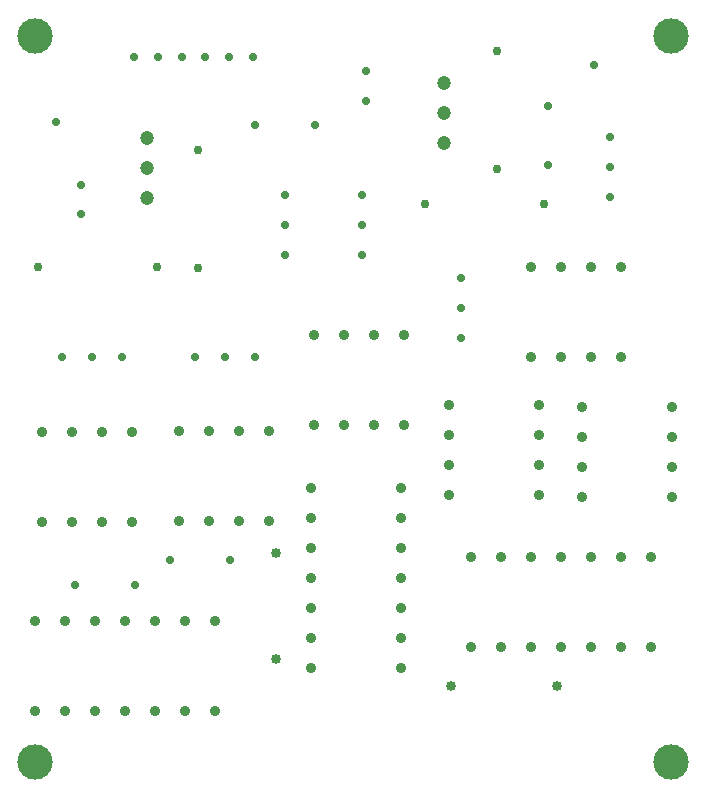
<source format=gbr>
%TF.GenerationSoftware,Altium Limited,Altium Designer,25.2.1 (25)*%
G04 Layer_Color=0*
%FSLAX45Y45*%
%MOMM*%
%TF.SameCoordinates,8691A9DC-F0AF-48AF-AEAD-F0BAF975D49B*%
%TF.FilePolarity,Positive*%
%TF.FileFunction,Plated,1,4,PTH,Drill*%
%TF.Part,Single*%
G01*
G75*
%TA.AperFunction,OtherDrill,Pad Free-4 (29.972mm,78.74mm)*%
%ADD72C,3.00000*%
%TA.AperFunction,OtherDrill,Pad Free-4 (83.82mm,78.74mm)*%
%ADD73C,3.00000*%
%TA.AperFunction,ComponentDrill*%
%ADD74C,0.70000*%
%ADD75C,0.90000*%
%ADD76C,0.70000*%
%ADD77C,0.90000*%
%ADD78C,0.75000*%
%ADD79C,0.75000*%
%ADD80C,1.20000*%
%ADD81C,0.85000*%
%ADD82C,0.85000*%
%TA.AperFunction,OtherDrill,Pad Free-4 (83.82mm,140.208mm)*%
%ADD83C,3.00000*%
%TA.AperFunction,OtherDrill,Pad Free-4 (29.972mm,140.208mm)*%
%ADD84C,3.00000*%
%TA.AperFunction,ViaDrill,NotFilled*%
%ADD85C,0.71120*%
D72*
X2997200Y7874000D02*
D03*
D73*
X8382000D02*
D03*
D74*
X3225800Y11303000D02*
D03*
X3479800D02*
D03*
X3733800D02*
D03*
X5803900Y13476701D02*
D03*
Y13726698D02*
D03*
X3390900Y12513503D02*
D03*
Y12763500D02*
D03*
X7340600Y12932600D02*
D03*
Y13432600D02*
D03*
X4864100Y11303000D02*
D03*
X4610100D02*
D03*
X4356100D02*
D03*
D75*
X8216900Y9613900D02*
D03*
X7962900D02*
D03*
X7708900D02*
D03*
X7454900D02*
D03*
X7200900D02*
D03*
X6946900D02*
D03*
X6692900D02*
D03*
X8216900Y8851900D02*
D03*
X7962900D02*
D03*
X7708900D02*
D03*
X7454900D02*
D03*
X7200900D02*
D03*
X6946900D02*
D03*
X6692900D02*
D03*
X5359400Y10731500D02*
D03*
X5613400D02*
D03*
X5867400D02*
D03*
X6121400D02*
D03*
X5359400Y11493500D02*
D03*
X5613400D02*
D03*
X5867400D02*
D03*
X6121400D02*
D03*
X7200900Y11303000D02*
D03*
X7454900D02*
D03*
X7708900D02*
D03*
X7962900D02*
D03*
X7200900Y12065000D02*
D03*
X7454900D02*
D03*
X7708900D02*
D03*
X7962900D02*
D03*
X3060700Y9906000D02*
D03*
X3314700D02*
D03*
X3568700D02*
D03*
X3822700D02*
D03*
X3060700Y10668000D02*
D03*
X3314700D02*
D03*
X3568700D02*
D03*
X3822700D02*
D03*
X4216400Y9918700D02*
D03*
X4470400D02*
D03*
X4724400D02*
D03*
X4978400D02*
D03*
X4216400Y10680700D02*
D03*
X4470400D02*
D03*
X4724400D02*
D03*
X4978400D02*
D03*
X4521200Y9067800D02*
D03*
X4267200D02*
D03*
X4013200D02*
D03*
X3759200D02*
D03*
X3505200D02*
D03*
X3251200D02*
D03*
X2997200D02*
D03*
X4521200Y8305800D02*
D03*
X4267200D02*
D03*
X4013200D02*
D03*
X3759200D02*
D03*
X3505200D02*
D03*
X3251200D02*
D03*
X2997200D02*
D03*
D76*
X4843400Y13847200D02*
D03*
X4643400D02*
D03*
X4443400D02*
D03*
X4243400D02*
D03*
X4043400D02*
D03*
X3843400D02*
D03*
X5765800Y12166600D02*
D03*
Y12420600D02*
D03*
Y12674600D02*
D03*
X7873500Y13169901D02*
D03*
Y12915900D02*
D03*
Y12661900D02*
D03*
X6604000Y11976100D02*
D03*
Y11722100D02*
D03*
Y11468100D02*
D03*
X5368102Y13271500D02*
D03*
X4868098D02*
D03*
X5118100Y12166600D02*
D03*
Y12420600D02*
D03*
Y12674600D02*
D03*
X3344098Y9372600D02*
D03*
X3844102D02*
D03*
X4148201Y9588500D02*
D03*
X4648200D02*
D03*
D77*
X7264400Y10134600D02*
D03*
Y10388600D02*
D03*
Y10642600D02*
D03*
Y10896600D02*
D03*
X6502400Y10134600D02*
D03*
Y10388600D02*
D03*
Y10642600D02*
D03*
Y10896600D02*
D03*
X7632700Y10883900D02*
D03*
Y10629900D02*
D03*
Y10375900D02*
D03*
Y10121900D02*
D03*
X8394700Y10883900D02*
D03*
Y10629900D02*
D03*
Y10375900D02*
D03*
Y10121900D02*
D03*
X5334000Y10198100D02*
D03*
Y9944100D02*
D03*
Y9690100D02*
D03*
Y9436100D02*
D03*
Y9182100D02*
D03*
Y8928100D02*
D03*
X6096000Y9944100D02*
D03*
Y9690100D02*
D03*
Y9436100D02*
D03*
Y9182100D02*
D03*
Y8928100D02*
D03*
Y8674100D02*
D03*
X5334000D02*
D03*
X6096000Y10198100D02*
D03*
D78*
X6908800Y13898500D02*
D03*
Y12898502D02*
D03*
X4381499Y13060300D02*
D03*
Y12060302D02*
D03*
D79*
X4030599Y12065001D02*
D03*
X3030601D02*
D03*
X7307199Y12598400D02*
D03*
X6307201D02*
D03*
D80*
X6464300Y13119099D02*
D03*
Y13373100D02*
D03*
Y13627100D02*
D03*
X3949700Y12649200D02*
D03*
Y12903200D02*
D03*
Y13157201D02*
D03*
D81*
X7422302Y8521700D02*
D03*
X6522298D02*
D03*
D82*
X5041900Y8744798D02*
D03*
Y9644802D02*
D03*
D83*
X8382000Y14020799D02*
D03*
D84*
X2997200D02*
D03*
D85*
X3175000Y13296899D02*
D03*
X7734300Y13779500D02*
D03*
%TF.MD5,7ee9a7381b0032457b993bbde72029ad*%
M02*

</source>
